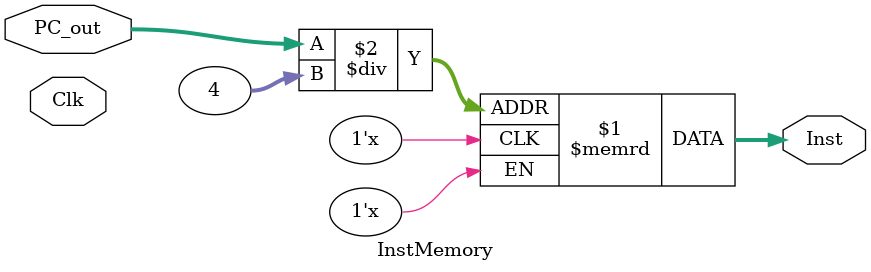
<source format=v>
`timescale 1ns / 1ps


module InstMemory(
    input [31:0] PC_out,
    input Clk,
    output [31:0] Inst
    );
    
    reg [31:0] instfile[0:1023];
    assign Inst = instfile[PC_out/4];

endmodule

</source>
